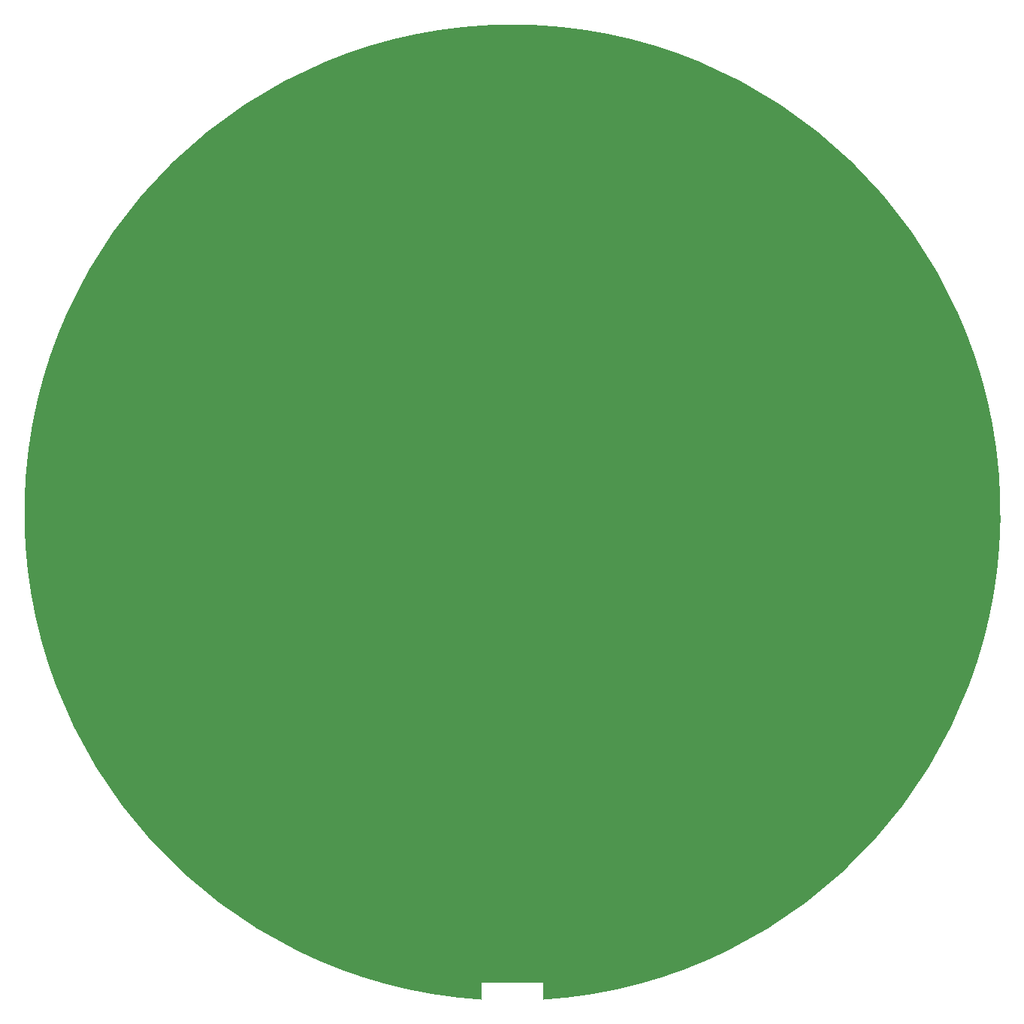
<source format=gbl>
G04 =======================================* 
G04 File Format: RS-274X * 
G04 Date:        December 04 2020 * 
G04 Time:        17:23:02 * 
G04 =======================================* 
G04 Format description *** 
G04 Code:          ASCII * 
G04 Unit:          Millimeter * 
G04 Coordinates:   Absolut * 
G04 Digits:        3.3-format * 
G04 Zeros skipped: Leading zeros omitted * 
G04 =======================================* 
%FSLAX33Y33*%
%MOMM*%
G90*
G71*
%LPD*%
G36*
G75*
G01X0Y55000D02*
G03X-3500Y-54888I0J-54999D01*
G01X-3500Y-54888D01*
G01X-3500Y-53000D01*
G01X3500Y-53000D01*
G75*
G01X3500Y-54888D01*
G03X0Y55000I-3499J54888D01*
G37*
M02* 
G04 End Of Gerber File* 

</source>
